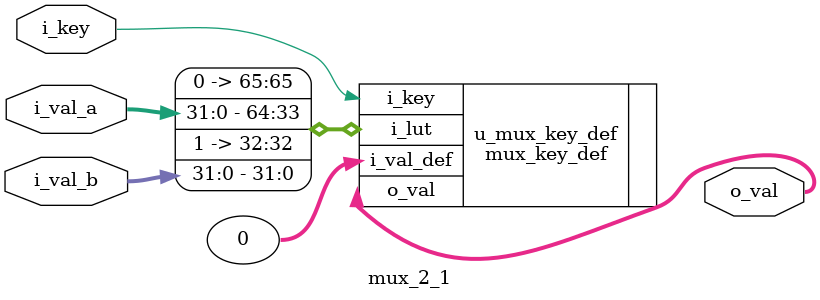
<source format=sv>
/*
 * @Author      : myyerrol
 * @Date        : 2025-02-02 19:13:44
 * @LastEditors : myyerrol
 * @LastEditTime: 2025-02-02 19:53:53
 * @Description : Multiplexer 2 to 1.
 *
 * Copyright (c) 2025 by MEMDSL, All Rights Reserved.
 */

`timescale 1ns / 1ps

module mux_2_1 #(
    parameter DATA_WIDTH = 32
) (
    input  logic                      i_key,
    input  logic [DATA_WIDTH - 1 : 0] i_val_a,
    input  logic [DATA_WIDTH - 1 : 0] i_val_b,
    output logic [DATA_WIDTH - 1 : 0] o_val
);

    mux_key_def #(
        .KEY_NUM  (2),
        .KEY_WIDTH(1),
        .VAL_WIDTH(DATA_WIDTH)
    ) u_mux_key_def(
        .i_key    (i_key),
        .i_val_def({DATA_WIDTH{1'h0}}),
        .i_lut    ({
            1'b0, i_val_a,
            1'b1, i_val_b
        }),
        .o_val    (o_val)
    );

endmodule

</source>
